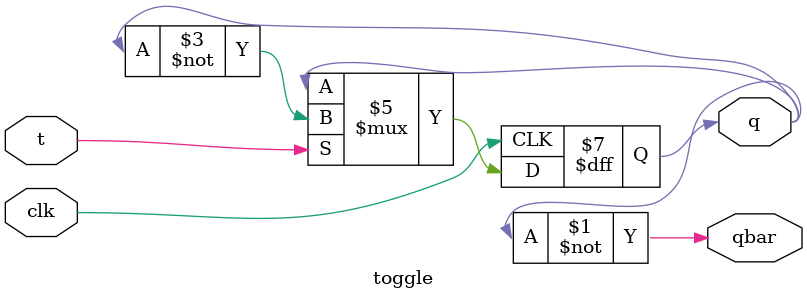
<source format=v>
module toggle(t,clk,q,qbar);

    input t,clk;
    output reg q;
    output qbar;

    initial q = 0;
    assign qbar = ~q;

    always @(posedge clk) begin
        if(t)
            q <= ~q;
    end

endmodule
</source>
